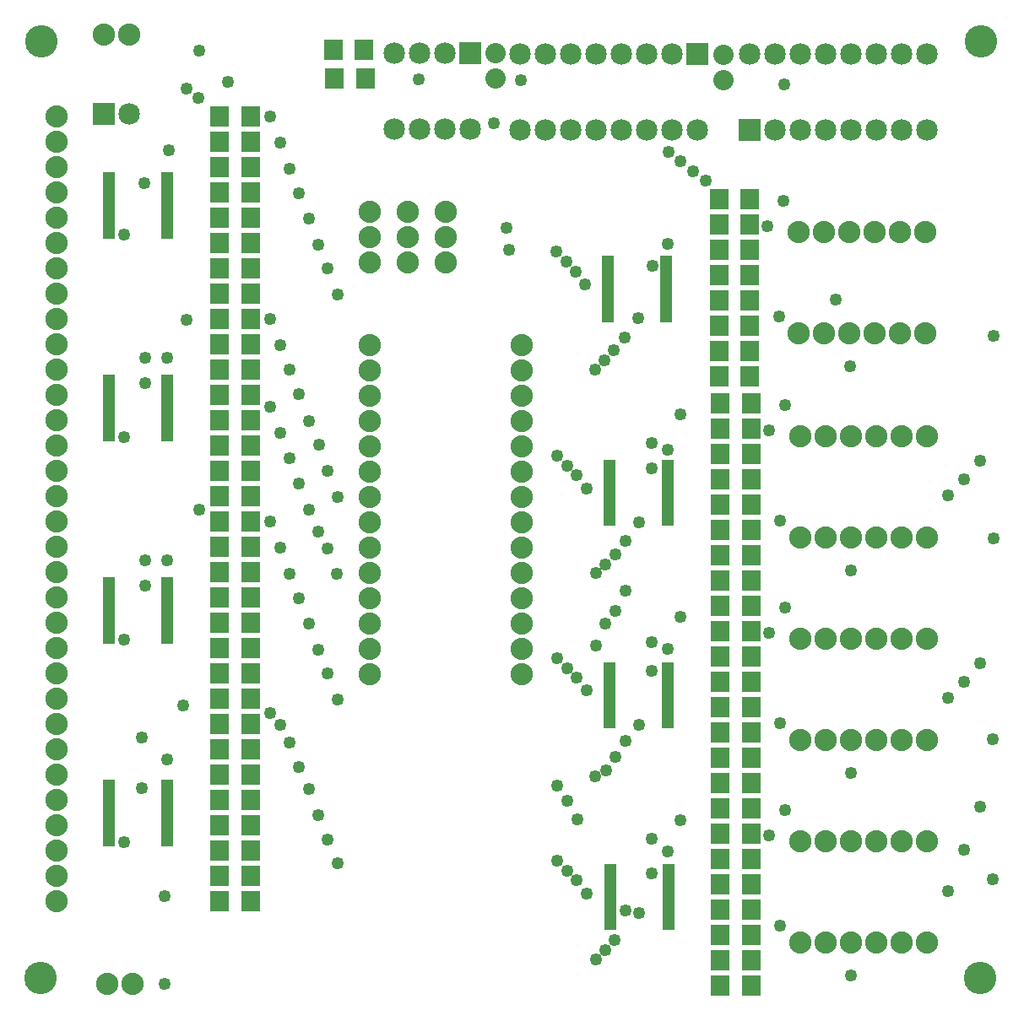
<source format=gts>
G04 MADE WITH FRITZING*
G04 WWW.FRITZING.ORG*
G04 DOUBLE SIDED*
G04 HOLES PLATED*
G04 CONTOUR ON CENTER OF CONTOUR VECTOR*
%ASAXBY*%
%FSLAX23Y23*%
%MOIN*%
%OFA0B0*%
%SFA1.0B1.0*%
%ADD10C,0.049370*%
%ADD11C,0.088000*%
%ADD12C,0.085000*%
%ADD13C,0.128110*%
%ADD14C,0.080000*%
%ADD15R,0.085000X0.085000*%
%ADD16R,0.072992X0.084803*%
%ADD17R,0.049370X0.025748*%
%LNMASK1*%
G90*
G70*
G54D10*
X2588Y3382D03*
X2633Y3345D03*
X2633Y2345D03*
X2521Y2232D03*
X2683Y3307D03*
X2633Y1545D03*
X2521Y1445D03*
X2734Y3270D03*
X2634Y744D03*
X2521Y532D03*
X733Y3782D03*
X685Y2720D03*
X521Y2570D03*
X683Y3632D03*
X732Y3596D03*
X734Y1970D03*
X521Y1770D03*
X847Y3659D03*
X671Y1195D03*
X508Y1070D03*
G54D11*
X1708Y3145D03*
X1708Y3045D03*
X1708Y2945D03*
X1558Y3145D03*
X1558Y3045D03*
X1558Y2945D03*
X1408Y3145D03*
X1408Y3045D03*
X1408Y2945D03*
G54D10*
X2149Y880D03*
X2189Y819D03*
X2226Y746D03*
X2302Y1432D03*
X2338Y1519D03*
X2378Y1571D03*
X2419Y1651D03*
X1958Y2995D03*
X1946Y3082D03*
X1896Y3495D03*
G54D12*
X358Y3532D03*
X458Y3532D03*
G54D11*
X358Y3845D03*
X458Y3845D03*
X371Y95D03*
X471Y95D03*
G54D10*
X596Y442D03*
X596Y95D03*
X1279Y1717D03*
X1242Y1815D03*
X1204Y1882D03*
X1167Y1970D03*
X1128Y2074D03*
X1090Y2172D03*
X1053Y2274D03*
X1015Y2375D03*
X2983Y682D03*
X2983Y1482D03*
X2983Y2282D03*
X2979Y3088D03*
X3046Y782D03*
X3046Y1582D03*
X3046Y2382D03*
X3041Y3188D03*
X3028Y327D03*
X3028Y1127D03*
X3028Y1927D03*
X3023Y2733D03*
X3691Y463D03*
X3691Y1226D03*
X3691Y2026D03*
X3816Y797D03*
X3816Y1363D03*
X3816Y2163D03*
X3754Y626D03*
X3754Y1288D03*
X3754Y2088D03*
X3246Y2799D03*
X3308Y129D03*
X3308Y929D03*
X3308Y1729D03*
X3304Y2535D03*
X3866Y508D03*
X3866Y1063D03*
X3871Y1857D03*
X3871Y2657D03*
X1600Y3670D03*
X3043Y3649D03*
G54D11*
X170Y1122D03*
X170Y1022D03*
X170Y922D03*
X170Y822D03*
X170Y722D03*
X170Y622D03*
X170Y522D03*
X170Y422D03*
X170Y1922D03*
X170Y1822D03*
X170Y1722D03*
X170Y1622D03*
X170Y1522D03*
X170Y1422D03*
X170Y1322D03*
X170Y1222D03*
X170Y2722D03*
X170Y2622D03*
X170Y2522D03*
X170Y2422D03*
X170Y2322D03*
X170Y2222D03*
X170Y2122D03*
X170Y2022D03*
X170Y3522D03*
X170Y3422D03*
X170Y3322D03*
X170Y3222D03*
X170Y3122D03*
X170Y3022D03*
X170Y2922D03*
X170Y2822D03*
G54D10*
X2521Y670D03*
X2521Y1332D03*
X2521Y2132D03*
X2524Y2932D03*
X508Y870D03*
X521Y1670D03*
X521Y2470D03*
X519Y3261D03*
X2583Y620D03*
X2583Y1420D03*
X2583Y2207D03*
X2583Y3020D03*
X608Y982D03*
X608Y1770D03*
X608Y2570D03*
X615Y3391D03*
X2470Y375D03*
X2471Y1119D03*
X2471Y1919D03*
X2467Y2725D03*
X439Y655D03*
X439Y1455D03*
X439Y2255D03*
X439Y3055D03*
X2225Y505D03*
X2225Y1305D03*
X2225Y2105D03*
X2221Y2911D03*
X1091Y1049D03*
X1091Y1715D03*
X1091Y2524D03*
X1091Y3315D03*
X2418Y387D03*
X2419Y1056D03*
X2419Y1845D03*
X2415Y2651D03*
X1280Y574D03*
X1280Y1218D03*
X1280Y2018D03*
X1280Y2818D03*
X2263Y454D03*
X2264Y1255D03*
X2263Y2054D03*
X2258Y2860D03*
X1129Y954D03*
X1129Y1620D03*
X1129Y2425D03*
X1129Y3220D03*
X2301Y193D03*
X2299Y917D03*
X2300Y1720D03*
X2298Y2522D03*
X1166Y866D03*
X1166Y1521D03*
X1166Y2321D03*
X1166Y3121D03*
X2149Y583D03*
X2149Y1383D03*
X2149Y2183D03*
X2145Y2989D03*
X1015Y1167D03*
X1015Y1923D03*
X1015Y2723D03*
X1015Y3523D03*
X2338Y231D03*
X2341Y941D03*
X2338Y1753D03*
X2334Y2560D03*
X1204Y762D03*
X1204Y1417D03*
X1206Y2226D03*
X1204Y3017D03*
X2375Y268D03*
X2376Y992D03*
X2376Y1792D03*
X2372Y2598D03*
X1242Y667D03*
X1242Y1322D03*
X1242Y2122D03*
X1242Y2922D03*
X2187Y544D03*
X2187Y1344D03*
X2187Y2144D03*
X2183Y2950D03*
X1053Y1119D03*
X1053Y1819D03*
X1053Y2619D03*
X1053Y3419D03*
G54D13*
X3818Y120D03*
X108Y120D03*
X3821Y3820D03*
X111Y3820D03*
G54D12*
X1803Y3772D03*
X1803Y3472D03*
X1703Y3772D03*
X1703Y3472D03*
X1603Y3772D03*
X1603Y3472D03*
X1503Y3772D03*
X1503Y3472D03*
X2907Y3469D03*
X2907Y3769D03*
X3007Y3469D03*
X3007Y3769D03*
X3107Y3469D03*
X3107Y3769D03*
X3207Y3469D03*
X3207Y3769D03*
X3307Y3469D03*
X3307Y3769D03*
X3407Y3469D03*
X3407Y3769D03*
X3507Y3469D03*
X3507Y3769D03*
X3607Y3469D03*
X3607Y3769D03*
X2702Y3769D03*
X2702Y3469D03*
X2602Y3769D03*
X2602Y3469D03*
X2502Y3769D03*
X2502Y3469D03*
X2402Y3769D03*
X2402Y3469D03*
X2302Y3769D03*
X2302Y3469D03*
X2202Y3769D03*
X2202Y3469D03*
X2102Y3769D03*
X2102Y3469D03*
X2002Y3769D03*
X2002Y3469D03*
G54D14*
X2803Y3667D03*
X2803Y3767D03*
X1903Y3672D03*
X1903Y3772D03*
G54D10*
X2003Y3667D03*
G54D11*
X3106Y259D03*
X3206Y259D03*
X3306Y259D03*
X3406Y259D03*
X3506Y259D03*
X3606Y259D03*
X3106Y1059D03*
X3206Y1059D03*
X3306Y1059D03*
X3406Y1059D03*
X3506Y1059D03*
X3606Y1059D03*
X3106Y1859D03*
X3206Y1859D03*
X3306Y1859D03*
X3406Y1859D03*
X3506Y1859D03*
X3606Y1859D03*
X3101Y2665D03*
X3201Y2665D03*
X3301Y2665D03*
X3401Y2665D03*
X3501Y2665D03*
X3601Y2665D03*
X3106Y659D03*
X3206Y659D03*
X3306Y659D03*
X3406Y659D03*
X3506Y659D03*
X3606Y659D03*
X3106Y1459D03*
X3206Y1459D03*
X3306Y1459D03*
X3406Y1459D03*
X3506Y1459D03*
X3606Y1459D03*
X3106Y2259D03*
X3206Y2259D03*
X3306Y2259D03*
X3406Y2259D03*
X3506Y2259D03*
X3606Y2259D03*
X3101Y3065D03*
X3201Y3065D03*
X3301Y3065D03*
X3401Y3065D03*
X3501Y3065D03*
X3601Y3065D03*
X2008Y2620D03*
X2008Y2520D03*
X2008Y2420D03*
X2008Y2320D03*
X2008Y2220D03*
X2008Y2120D03*
X2008Y2020D03*
X2008Y1920D03*
X2008Y1820D03*
X2008Y1720D03*
X2008Y1620D03*
X2008Y1520D03*
X2008Y1420D03*
X2008Y1320D03*
X1408Y2620D03*
X1408Y2520D03*
X1408Y2420D03*
X1408Y2320D03*
X1408Y2220D03*
X1408Y2120D03*
X1408Y2020D03*
X1408Y1920D03*
X1408Y1820D03*
X1408Y1720D03*
X1408Y1620D03*
X1408Y1520D03*
X1408Y1420D03*
X1408Y1320D03*
G54D15*
X358Y3532D03*
G54D16*
X2791Y188D03*
X2913Y188D03*
X2791Y988D03*
X2913Y988D03*
X2791Y1788D03*
X2913Y1788D03*
X2787Y2595D03*
X2909Y2595D03*
X815Y524D03*
X937Y524D03*
X815Y1324D03*
X937Y1324D03*
X815Y2124D03*
X937Y2124D03*
X815Y2924D03*
X937Y2924D03*
X2791Y288D03*
X2913Y288D03*
X2791Y1088D03*
X2913Y1088D03*
X2791Y1888D03*
X2913Y1888D03*
X2787Y2695D03*
X2909Y2695D03*
X815Y624D03*
X937Y624D03*
X815Y1424D03*
X937Y1424D03*
X815Y2224D03*
X937Y2224D03*
X815Y3024D03*
X937Y3024D03*
X2791Y88D03*
X2913Y88D03*
X2791Y888D03*
X2913Y888D03*
X2791Y1688D03*
X2913Y1688D03*
X2787Y2495D03*
X2909Y2495D03*
X815Y424D03*
X937Y424D03*
X815Y1224D03*
X937Y1224D03*
X815Y2024D03*
X937Y2024D03*
X815Y2824D03*
X937Y2824D03*
X2791Y388D03*
X2913Y388D03*
X2791Y1188D03*
X2913Y1188D03*
X2791Y1988D03*
X2913Y1988D03*
X2787Y2795D03*
X2909Y2795D03*
X815Y724D03*
X937Y724D03*
X815Y1524D03*
X937Y1524D03*
X815Y2324D03*
X937Y2324D03*
X815Y3124D03*
X937Y3124D03*
X2791Y488D03*
X2913Y488D03*
X2791Y1288D03*
X2913Y1288D03*
X2791Y2088D03*
X2913Y2088D03*
X2787Y2895D03*
X2909Y2895D03*
X815Y824D03*
X937Y824D03*
X815Y1624D03*
X937Y1624D03*
X815Y2424D03*
X937Y2424D03*
X815Y3224D03*
X937Y3224D03*
X2791Y588D03*
X2913Y588D03*
X2791Y1388D03*
X2913Y1388D03*
X2791Y2188D03*
X2913Y2188D03*
X2787Y2995D03*
X2909Y2995D03*
X815Y924D03*
X937Y924D03*
X815Y1724D03*
X937Y1724D03*
X815Y2524D03*
X937Y2524D03*
X815Y3324D03*
X937Y3324D03*
X2791Y688D03*
X2913Y688D03*
X2791Y1488D03*
X2913Y1488D03*
X2791Y2288D03*
X2913Y2288D03*
X2787Y3095D03*
X2909Y3095D03*
X815Y1024D03*
X937Y1024D03*
X815Y1824D03*
X937Y1824D03*
X815Y2624D03*
X937Y2624D03*
X815Y3424D03*
X937Y3424D03*
X2791Y788D03*
X2913Y788D03*
X2791Y1588D03*
X2913Y1588D03*
X2791Y2388D03*
X2913Y2388D03*
X2787Y3195D03*
X2909Y3195D03*
X815Y1124D03*
X937Y1124D03*
X815Y1924D03*
X937Y1924D03*
X815Y2724D03*
X937Y2724D03*
X815Y3524D03*
X937Y3524D03*
X1391Y3673D03*
X1269Y3673D03*
X1263Y3785D03*
X1385Y3785D03*
G54D17*
X2358Y323D03*
X2358Y349D03*
X2358Y375D03*
X2358Y401D03*
X2358Y427D03*
X2358Y453D03*
X2358Y479D03*
X2358Y505D03*
X2358Y531D03*
X2358Y557D03*
X2588Y557D03*
X2588Y531D03*
X2588Y505D03*
X2588Y479D03*
X2588Y453D03*
X2588Y427D03*
X2588Y401D03*
X2589Y375D03*
X2588Y349D03*
X2588Y323D03*
X2354Y1118D03*
X2354Y1144D03*
X2354Y1170D03*
X2354Y1196D03*
X2354Y1222D03*
X2354Y1248D03*
X2354Y1274D03*
X2354Y1300D03*
X2354Y1326D03*
X2354Y1352D03*
X2584Y1352D03*
X2584Y1326D03*
X2584Y1300D03*
X2584Y1274D03*
X2584Y1248D03*
X2584Y1222D03*
X2584Y1196D03*
X2584Y1170D03*
X2584Y1144D03*
X2584Y1118D03*
X2353Y1918D03*
X2353Y1944D03*
X2353Y1970D03*
X2353Y1996D03*
X2353Y2022D03*
X2353Y2048D03*
X2353Y2074D03*
X2353Y2100D03*
X2353Y2126D03*
X2353Y2152D03*
X2583Y2152D03*
X2583Y2126D03*
X2583Y2100D03*
X2583Y2074D03*
X2583Y2048D03*
X2583Y2022D03*
X2583Y1996D03*
X2584Y1970D03*
X2583Y1944D03*
X2583Y1918D03*
X2349Y2724D03*
X2349Y2750D03*
X2349Y2776D03*
X2349Y2802D03*
X2349Y2828D03*
X2349Y2854D03*
X2349Y2880D03*
X2349Y2906D03*
X2349Y2932D03*
X2349Y2958D03*
X2579Y2958D03*
X2579Y2932D03*
X2579Y2906D03*
X2579Y2880D03*
X2579Y2854D03*
X2579Y2828D03*
X2579Y2802D03*
X2579Y2776D03*
X2579Y2750D03*
X2579Y2724D03*
X377Y654D03*
X377Y680D03*
X376Y706D03*
X377Y732D03*
X377Y758D03*
X377Y784D03*
X377Y810D03*
X377Y836D03*
X377Y862D03*
X377Y888D03*
X607Y888D03*
X607Y862D03*
X607Y836D03*
X607Y810D03*
X607Y784D03*
X607Y758D03*
X607Y732D03*
X607Y706D03*
X607Y680D03*
X607Y654D03*
X377Y1454D03*
X377Y1480D03*
X376Y1506D03*
X377Y1532D03*
X377Y1558D03*
X377Y1584D03*
X377Y1610D03*
X377Y1636D03*
X377Y1662D03*
X377Y1688D03*
X607Y1688D03*
X607Y1662D03*
X607Y1636D03*
X607Y1610D03*
X607Y1584D03*
X607Y1558D03*
X607Y1532D03*
X607Y1506D03*
X607Y1480D03*
X607Y1454D03*
X377Y2254D03*
X377Y2280D03*
X376Y2306D03*
X377Y2332D03*
X377Y2358D03*
X377Y2384D03*
X377Y2410D03*
X377Y2436D03*
X377Y2462D03*
X377Y2488D03*
X607Y2488D03*
X607Y2462D03*
X607Y2436D03*
X607Y2410D03*
X607Y2384D03*
X607Y2358D03*
X607Y2332D03*
X607Y2306D03*
X607Y2280D03*
X607Y2254D03*
X377Y3054D03*
X377Y3080D03*
X376Y3106D03*
X377Y3132D03*
X377Y3158D03*
X377Y3184D03*
X377Y3210D03*
X377Y3236D03*
X377Y3262D03*
X377Y3288D03*
X607Y3288D03*
X607Y3262D03*
X607Y3236D03*
X607Y3210D03*
X607Y3184D03*
X607Y3158D03*
X607Y3132D03*
X607Y3106D03*
X607Y3080D03*
X607Y3054D03*
G54D15*
X1803Y3772D03*
X2907Y3469D03*
X2702Y3769D03*
G04 End of Mask1*
M02*
</source>
